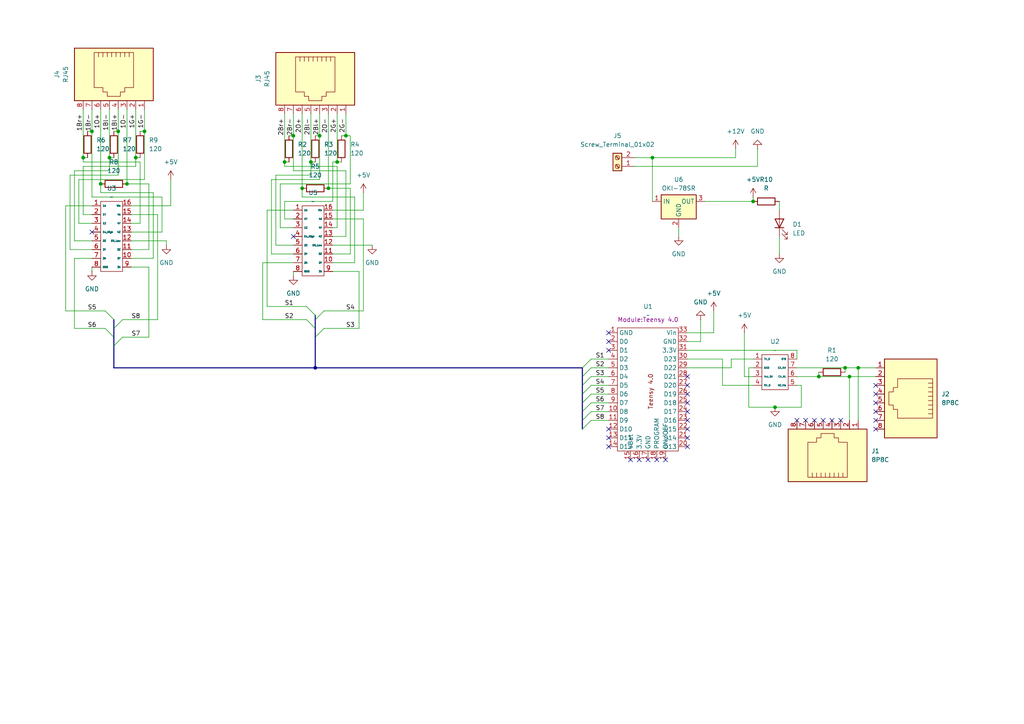
<source format=kicad_sch>
(kicad_sch (version 20231120) (generator "eeschema") (generator_version "8.0")
  (paper "A4")
  (lib_symbols
    (symbol "Connector:8P8C" (pin_names (offset 1.016))
      (property "Reference" "J" (at -5.08 13.97 0))
      (property "Value" "8P8C" (at 2.54 13.97 0))
      (symbol "8P8C_0_1"
        (polyline (pts (xy -5.08 4.445) (xy -6.35 4.445)))
        (polyline (pts (xy -5.08 5.715) (xy -6.35 5.715)))
        (polyline (pts (xy -6.35 -3.175) (xy -5.08 -3.175) (xy -5.08 -3.175)))
        (polyline (pts (xy -6.35 -1.905) (xy -5.08 -1.905) (xy -5.08 -1.905)))
        (polyline (pts (xy -6.35 -0.635) (xy -5.08 -0.635) (xy -5.08 -0.635)))
        (polyline (pts (xy -6.35 0.635) (xy -5.08 0.635) (xy -5.08 0.635)))
        (polyline (pts (xy -6.35 1.905) (xy -5.08 1.905) (xy -5.08 1.905)))
        (polyline (pts (xy -5.08 3.175) (xy -6.35 3.175) (xy -6.35 3.175)))
        (polyline (pts (xy -6.35 -4.445) (xy -6.35 6.985) (xy 3.81 6.985) (xy 3.81 4.445) (xy 5.08 4.445) (xy 5.08 3.175) (xy 6.35 3.175) (xy 6.35 -0.635) (xy 5.08 -0.635) (xy 5.08 -1.905) (xy 3.81 -1.905) (xy 3.81 -4.445) (xy -6.35 -4.445) (xy -6.35 -4.445)))
        (rectangle (start 7.62 12.7) (end -7.62 -10.16) (stroke (width 0.254)) (fill (type background)))
      )
      (symbol "8P8C_1_1"
        (pin passive line (at 10.16 -7.62 180) (length 2.54) (name "~") (number "1"))
        (pin passive line (at 10.16 -5.08 180) (length 2.54) (name "~") (number "2"))
        (pin passive line (at 10.16 -2.54 180) (length 2.54) (name "~") (number "3"))
        (pin passive line (at 10.16 0 180) (length 2.54) (name "~") (number "4"))
        (pin passive line (at 10.16 2.54 180) (length 2.54) (name "~") (number "5"))
        (pin passive line (at 10.16 5.08 180) (length 2.54) (name "~") (number "6"))
        (pin passive line (at 10.16 7.62 180) (length 2.54) (name "~") (number "7"))
        (pin passive line (at 10.16 10.16 180) (length 2.54) (name "~") (number "8"))
      )
    )
    (symbol "Connector:RJ45" (pin_names (offset 1.016))
      (property "Reference" "J" (at -5.08 13.97 0))
      (property "Value" "RJ45" (at 2.54 13.97 0))
      (symbol "RJ45_0_1"
        (polyline (pts (xy -5.08 4.445) (xy -6.35 4.445)))
        (polyline (pts (xy -5.08 5.715) (xy -6.35 5.715)))
        (polyline (pts (xy -6.35 -3.175) (xy -5.08 -3.175) (xy -5.08 -3.175)))
        (polyline (pts (xy -6.35 -1.905) (xy -5.08 -1.905) (xy -5.08 -1.905)))
        (polyline (pts (xy -6.35 -0.635) (xy -5.08 -0.635) (xy -5.08 -0.635)))
        (polyline (pts (xy -6.35 0.635) (xy -5.08 0.635) (xy -5.08 0.635)))
        (polyline (pts (xy -6.35 1.905) (xy -5.08 1.905) (xy -5.08 1.905)))
        (polyline (pts (xy -5.08 3.175) (xy -6.35 3.175) (xy -6.35 3.175)))
        (polyline (pts (xy -6.35 -4.445) (xy -6.35 6.985) (xy 3.81 6.985) (xy 3.81 4.445) (xy 5.08 4.445) (xy 5.08 3.175) (xy 6.35 3.175) (xy 6.35 -0.635) (xy 5.08 -0.635) (xy 5.08 -1.905) (xy 3.81 -1.905) (xy 3.81 -4.445) (xy -6.35 -4.445) (xy -6.35 -4.445)))
        (rectangle (start 7.62 12.7) (end -7.62 -10.16) (stroke (width 0.254)) (fill (type background)))
      )
      (symbol "RJ45_1_1"
        (pin passive line (at 10.16 -7.62 180) (length 2.54) (name "~") (number "1"))
        (pin passive line (at 10.16 -5.08 180) (length 2.54) (name "~") (number "2"))
        (pin passive line (at 10.16 -2.54 180) (length 2.54) (name "~") (number "3"))
        (pin passive line (at 10.16 0 180) (length 2.54) (name "~") (number "4"))
        (pin passive line (at 10.16 2.54 180) (length 2.54) (name "~") (number "5"))
        (pin passive line (at 10.16 5.08 180) (length 2.54) (name "~") (number "6"))
        (pin passive line (at 10.16 7.62 180) (length 2.54) (name "~") (number "7"))
        (pin passive line (at 10.16 10.16 180) (length 2.54) (name "~") (number "8"))
      )
    )
    (symbol "Connector:Screw_Terminal_01x02" (pin_names (offset 1.016) hide)
      (property "Reference" "J" (at 0 2.54 0))
      (property "Value" "Screw_Terminal_01x02" (at 0 -5.08 0))
      (symbol "Screw_Terminal_01x02_1_1"
        (rectangle (start -1.27 1.27) (end 1.27 -3.81) (stroke (width 0.254)) (fill (type background)))
        (circle (center 0 -2.54) (radius 0.635) (stroke (width 0.1524)))
        (polyline (pts (xy -0.5334 -2.2098) (xy 0.3302 -3.048)) (stroke (width 0.1524)))
        (polyline (pts (xy -0.5334 0.3302) (xy 0.3302 -0.508)) (stroke (width 0.1524)))
        (polyline (pts (xy -0.3556 -2.032) (xy 0.508 -2.8702)) (stroke (width 0.1524)))
        (polyline (pts (xy -0.3556 0.508) (xy 0.508 -0.3302)) (stroke (width 0.1524)))
        (circle (center 0 0) (radius 0.635) (stroke (width 0.1524)))
        (pin passive line (at -5.08 0 0) (length 3.81) (name "Pin_1") (number "1"))
        (pin passive line (at -5.08 -2.54 0) (length 3.81) (name "Pin_2") (number "2"))
      )
    )
    (symbol "Converter_DCDC:OKI-78SR-3.3_1.5-W36-C"
      (property "Reference" "U" (at -3.81 3.175 0))
      (property "Value" "OKI-78SR-3.3_1.5-W36-C" (at 0 3.175 0))
      (symbol "OKI-78SR-3.3_1.5-W36-C_0_1"
        (rectangle (start -5.08 1.905) (end 5.08 -5.08) (stroke (width 0.254)) (fill (type background)))
      )
      (symbol "OKI-78SR-3.3_1.5-W36-C_1_1"
        (pin power_in line (at -7.62 0 0) (length 2.54) (name "IN") (number "1"))
        (pin power_in line (at 0 -7.62 90) (length 2.54) (name "GND") (number "2"))
        (pin power_out line (at 7.62 0 180) (length 2.54) (name "OUT") (number "3"))
      )
    )
    (symbol "Device:LED" (pin_numbers hide) (pin_names (offset 1.016) hide)
      (property "Reference" "D" (at 0 2.54 0))
      (property "Value" "LED" (at 0 -2.54 0))
      (symbol "LED_0_1"
        (polyline (pts (xy -1.27 -1.27) (xy -1.27 1.27)) (stroke (width 0.254)))
        (polyline (pts (xy -1.27 0) (xy 1.27 0)))
        (polyline (pts (xy 1.27 -1.27) (xy 1.27 1.27) (xy -1.27 0) (xy 1.27 -1.27)) (stroke (width 0.254)))
        (polyline (pts (xy -3.048 -0.762) (xy -4.572 -2.286) (xy -3.81 -2.286) (xy -4.572 -2.286) (xy -4.572 -1.524)))
        (polyline (pts (xy -1.778 -0.762) (xy -3.302 -2.286) (xy -2.54 -2.286) (xy -3.302 -2.286) (xy -3.302 -1.524)))
      )
      (symbol "LED_1_1"
        (pin passive line (at -3.81 0 0) (length 2.54) (name "K") (number "1"))
        (pin passive line (at 3.81 0 180) (length 2.54) (name "A") (number "2"))
      )
    )
    (symbol "Device:R" (pin_numbers hide) (pin_names (offset 0))
      (property "Reference" "R" (at 2.032 0 90))
      (property "Value" "R" (at 0 0 90))
      (symbol "R_0_1"
        (rectangle (start -1.016 -2.54) (end 1.016 2.54) (stroke (width 0.254)))
      )
      (symbol "R_1_1"
        (pin passive line (at 0 3.81 270) (length 1.27) (name "~") (number "1"))
        (pin passive line (at 0 -3.81 90) (length 1.27) (name "~") (number "2"))
      )
    )
    (symbol "SMM:DS26C31TMX"
      (property "Reference" "U" (at 3.302 21.844 0))
      (symbol "DS26C31TMX_0_1"
        (rectangle (start 0 20.32) (end 6.35 0))
      )
      (symbol "DS26C31TMX_1_1"
        (pin input line (at -2.54 19.05 0) (length 2.54) (name "1A") (number "1"))
        (pin input line (at 8.89 3.81 180) (length 2.54) (name "3Y") (number "10"))
        (pin input line (at 8.89 6.35 180) (length 2.54) (name "3Z") (number "11"))
        (pin input line (at 8.89 8.89 180) (length 2.54) (name "EN_Low") (number "12"))
        (pin input line (at 8.89 11.43 180) (length 2.54) (name "4Z") (number "13"))
        (pin input line (at 8.89 13.97 180) (length 2.54) (name "4Y") (number "14"))
        (pin input line (at 8.89 16.51 180) (length 2.54) (name "4A") (number "15"))
        (pin input line (at 8.89 19.05 180) (length 2.54) (name "Vin") (number "16"))
        (pin input line (at -2.54 16.51 0) (length 2.54) (name "1Y") (number "2"))
        (pin input line (at -2.54 13.97 0) (length 2.54) (name "1Z") (number "3"))
        (pin input line (at -2.54 11.43 0) (length 2.54) (name "En_High") (number "4"))
        (pin input line (at -2.54 8.89 0) (length 2.54) (name "2Z") (number "5"))
        (pin input line (at -2.54 6.35 0) (length 2.54) (name "2Y") (number "6"))
        (pin input line (at -2.54 3.81 0) (length 2.54) (name "2A") (number "7"))
        (pin input line (at -2.54 1.27 0) (length 2.54) (name "GND") (number "8"))
        (pin input line (at 8.89 1.27 180) (length 2.54) (name "3A") (number "9"))
      )
    )
    (symbol "SMM:TCAN1462VDRQ1"
      (property "Reference" "U" (at 3.556 11.43 0))
      (symbol "TCAN1462VDRQ1_0_1"
        (rectangle (start 0 10.16) (end 7.62 0))
      )
      (symbol "TCAN1462VDRQ1_1_1"
        (pin input line (at -2.54 8.89 0) (length 2.54) (name "TX_D") (number "1"))
        (pin input line (at -2.54 6.35 0) (length 2.54) (name "GND") (number "2"))
        (pin input line (at -2.54 3.81 0) (length 2.54) (name "Vcc_5V") (number "3"))
        (pin output line (at -2.54 1.27 0) (length 2.54) (name "RX_D") (number "4"))
        (pin input line (at 10.16 1.27 180) (length 2.54) (name "NC,Vio") (number "5"))
        (pin bidirectional line (at 10.16 3.81 180) (length 2.54) (name "CA_NL") (number "6"))
        (pin bidirectional line (at 10.16 6.35 180) (length 2.54) (name "CA_NH") (number "7"))
        (pin input line (at 10.16 8.89 180) (length 2.54) (name "STB") (number "8"))
      )
    )
    (symbol "SMM:Teensy_4.0"
      (property "Reference" "U" (at 0 0 0))
      (property "Footprint" "Module:Teensy 4.0" (at 0 0 0))
      (symbol "Teensy_4.0_0_1"
        (rectangle (start 0 35.71) (end 17.68 0))
      )
      (symbol "Teensy_4.0_1_1"
        (text "Teensy 4.0\n" (at 9.652 17.272 900) (effects (font (size 1.27 1.27))))
        (pin input line (at -2.54 34.29 0) (length 2.54) (name "GND") (number "1"))
        (pin bidirectional line (at -2.54 11.43 0) (length 2.54) (name "D8") (number "10"))
        (pin bidirectional line (at -2.54 8.89 0) (length 2.54) (name "D9") (number "11"))
        (pin bidirectional line (at -2.54 6.35 0) (length 2.54) (name "D10") (number "12"))
        (pin bidirectional line (at -2.54 3.81 0) (length 2.54) (name "D11") (number "13"))
        (pin bidirectional line (at -2.54 1.27 0) (length 2.54) (name "D12") (number "14"))
        (pin power_in line (at 3.81 -2.54 90) (length 2.54) (name "VBat") (number "15"))
        (pin power_out line (at 6.35 -2.54 90) (length 2.54) (name "3.3V") (number "16"))
        (pin input line (at 8.89 -2.54 90) (length 2.54) (name "GND") (number "17"))
        (pin unspecified line (at 11.43 -2.54 90) (length 2.54) (name "PROGRAM") (number "18"))
        (pin input line (at 13.97 -2.54 90) (length 2.54) (name "ON/OFF") (number "19"))
        (pin bidirectional line (at -2.54 31.75 0) (length 2.54) (name "D0") (number "2"))
        (pin bidirectional line (at 20.32 1.27 180) (length 2.54) (name "D13") (number "20"))
        (pin bidirectional line (at 20.32 3.81 180) (length 2.54) (name "D14") (number "21"))
        (pin bidirectional line (at 20.32 6.35 180) (length 2.54) (name "D15") (number "22"))
        (pin bidirectional line (at 20.32 8.89 180) (length 2.54) (name "D16") (number "23"))
        (pin bidirectional line (at 20.32 11.43 180) (length 2.54) (name "D17") (number "24"))
        (pin bidirectional line (at 20.32 13.97 180) (length 2.54) (name "D18") (number "25"))
        (pin bidirectional line (at 20.32 16.51 180) (length 2.54) (name "D19") (number "26"))
        (pin bidirectional line (at 20.32 19.05 180) (length 2.54) (name "D20") (number "27"))
        (pin bidirectional line (at 20.32 21.59 180) (length 2.54) (name "D21") (number "28"))
        (pin bidirectional line (at 20.32 24.13 180) (length 2.54) (name "D22") (number "29"))
        (pin bidirectional line (at -2.54 29.21 0) (length 2.54) (name "D1") (number "3"))
        (pin bidirectional line (at 20.32 26.67 180) (length 2.54) (name "D23") (number "30"))
        (pin power_out line (at 20.32 29.21 180) (length 2.54) (name "3.3V") (number "31"))
        (pin input line (at 20.32 31.75 180) (length 2.54) (name "GND") (number "32"))
        (pin power_in line (at 20.32 34.29 180) (length 2.54) (name "Vin") (number "33"))
        (pin bidirectional line (at -2.54 26.67 0) (length 2.54) (name "D2") (number "4"))
        (pin bidirectional line (at -2.54 24.13 0) (length 2.54) (name "D3") (number "5"))
        (pin bidirectional line (at -2.54 21.59 0) (length 2.54) (name "D4") (number "6"))
        (pin bidirectional line (at -2.54 19.05 0) (length 2.54) (name "D5") (number "7"))
        (pin bidirectional line (at -2.54 16.51 0) (length 2.54) (name "D6") (number "8"))
        (pin bidirectional line (at -2.54 13.97 0) (length 2.54) (name "D7") (number "9"))
      )
    )
    (symbol "power:+12V" (power) (pin_numbers hide) (pin_names (offset 0) hide)
      (property "Value" "+12V" (at 0 3.556 0))
      (symbol "+12V_0_1"
        (polyline (pts (xy -0.762 1.27) (xy 0 2.54)))
        (polyline (pts (xy 0 0) (xy 0 2.54)))
        (polyline (pts (xy 0 2.54) (xy 0.762 1.27)))
      )
      (symbol "+12V_1_1"
        (pin power_in line (at 0 0 90) (length 0) (name "~") (number "1"))
      )
    )
    (symbol "power:+5V" (power) (pin_numbers hide) (pin_names (offset 0) hide)
      (property "Value" "+5V" (at 0 3.556 0))
      (symbol "+5V_0_1"
        (polyline (pts (xy -0.762 1.27) (xy 0 2.54)))
        (polyline (pts (xy 0 0) (xy 0 2.54)))
        (polyline (pts (xy 0 2.54) (xy 0.762 1.27)))
      )
      (symbol "+5V_1_1"
        (pin power_in line (at 0 0 90) (length 0) (name "~") (number "1"))
      )
    )
    (symbol "power:GND" (power) (pin_numbers hide) (pin_names (offset 0) hide)
      (property "Value" "GND" (at 0 -3.81 0))
      (symbol "GND_0_1"
        (polyline (pts (xy 0 0) (xy 0 -1.27) (xy 1.27 -1.27) (xy 0 -2.54) (xy -1.27 -1.27) (xy 0 -1.27)))
      )
      (symbol "GND_1_1"
        (pin power_in line (at 0 0 270) (length 0) (name "~") (number "1"))
      )
    )
  )
  (junction (at 24.13 45.72))
  (junction (at 85.09 39.37))
  (junction (at 237.49 109.22))
  (junction (at 26.67 38.1))
  (junction (at 39.37 45.72))
  (junction (at 92.71 39.37))
  (junction (at 91.44 106.68))
  (junction (at 34.29 38.1))
  (junction (at 100.33 39.37))
  (junction (at 29.21 53.34))
  (junction (at 90.17 46.99))
  (junction (at 245.11 106.68))
  (junction (at 36.83 53.34))
  (junction (at 246.38 109.22))
  (junction (at 31.75 45.72))
  (junction (at 248.92 106.68))
  (junction (at 41.91 38.1))
  (junction (at 189.23 45.72))
  (junction (at 97.79 46.99))
  (junction (at 218.44 58.42))
  (junction (at 224.79 118.11))
  (junction (at 87.63 54.61))
  (junction (at 82.55 46.99))
  (junction (at 95.25 54.61))
  (no_connect (at 241.3 121.92))
  (no_connect (at 176.53 96.52))
  (no_connect (at 176.53 99.06))
  (no_connect (at 176.53 124.46))
  (no_connect (at 85.09 68.58))
  (no_connect (at 187.96 133.35))
  (no_connect (at 185.42 133.35))
  (no_connect (at 199.39 121.92))
  (no_connect (at 199.39 116.84))
  (no_connect (at 26.67 67.31))
  (no_connect (at 199.39 114.3))
  (no_connect (at 233.68 121.92))
  (no_connect (at 238.76 121.92))
  (no_connect (at 176.53 101.6))
  (no_connect (at 199.39 119.38))
  (no_connect (at 199.39 124.46))
  (no_connect (at 199.39 127))
  (no_connect (at 236.22 121.92))
  (no_connect (at 199.39 129.54))
  (no_connect (at 231.14 121.92))
  (no_connect (at 190.5 133.35))
  (no_connect (at 199.39 109.22))
  (no_connect (at 254 116.84))
  (no_connect (at 254 111.76))
  (no_connect (at 243.84 121.92))
  (no_connect (at 176.53 129.54))
  (no_connect (at 193.04 133.35))
  (no_connect (at 254 119.38))
  (no_connect (at 176.53 127))
  (no_connect (at 254 124.46))
  (no_connect (at 199.39 111.76))
  (no_connect (at 182.88 133.35))
  (no_connect (at 254 121.92))
  (no_connect (at 254 114.3))
  (bus_entry (at 168.91 116.84) (size 2.54 -2.54))
  (bus_entry (at 168.91 109.22) (size 2.54 -2.54))
  (bus_entry (at 91.44 97.79) (size 2.54 -2.54))
  (bus_entry (at 33.02 95.25) (size 2.54 -2.54))
  (bus_entry (at 168.91 114.3) (size 2.54 -2.54))
  (bus_entry (at 168.91 124.46) (size 2.54 -2.54))
  (bus_entry (at 33.02 97.79) (size -2.54 -2.54))
  (bus_entry (at 168.91 111.76) (size 2.54 -2.54))
  (bus_entry (at 168.91 119.38) (size 2.54 -2.54))
  (bus_entry (at 168.91 121.92) (size 2.54 -2.54))
  (bus_entry (at 91.44 91.44) (size -2.54 -2.54))
  (bus_entry (at 33.02 92.71) (size -2.54 -2.54))
  (bus_entry (at 91.44 92.71) (size 2.54 -2.54))
  (bus_entry (at 33.02 100.33) (size 2.54 -2.54))
  (bus_entry (at 168.91 106.68) (size 2.54 -2.54))
  (bus_entry (at 91.44 95.25) (size -2.54 -2.54))
  (wire (pts (xy 87.63 57.15) (xy 102.87 57.15)))
  (wire (pts (xy 171.45 109.22) (xy 176.53 109.22)))
  (wire (pts (xy 82.55 46.99) (xy 83.82 46.99)))
  (wire (pts (xy 218.44 58.42) (xy 204.47 58.42)))
  (wire (pts (xy 232.41 111.76) (xy 232.41 118.11)))
  (wire (pts (xy 92.71 39.37) (xy 92.71 52.07)))
  (wire (pts (xy 246.38 109.22) (xy 246.38 121.92)))
  (wire (pts (xy 171.45 104.14) (xy 176.53 104.14)))
  (wire (pts (xy 171.45 119.38) (xy 176.53 119.38)))
  (wire (pts (xy 226.06 58.42) (xy 226.06 60.96)))
  (wire (pts (xy 41.91 52.07) (xy 22.86 52.07)))
  (wire (pts (xy 95.25 54.61) (xy 101.6 54.61)))
  (wire (pts (xy 95.25 33.02) (xy 95.25 54.61)))
  (wire (pts (xy 38.1 67.31) (xy 46.99 67.31)))
  (bus (pts (xy 168.91 116.84) (xy 168.91 119.38)))
  (wire (pts (xy 82.55 58.42) (xy 82.55 63.5)))
  (wire (pts (xy 171.45 106.68) (xy 176.53 106.68)))
  (wire (pts (xy 245.11 106.68) (xy 248.92 106.68)))
  (wire (pts (xy 40.64 64.77) (xy 40.64 46.99)))
  (wire (pts (xy 97.79 48.26) (xy 97.79 66.04)))
  (wire (pts (xy 90.17 50.8) (xy 80.01 50.8)))
  (wire (pts (xy 76.2 92.71) (xy 88.9 92.71)))
  (bus (pts (xy 91.44 95.25) (xy 91.44 92.71)))
  (wire (pts (xy 209.55 111.76) (xy 218.44 111.76)))
  (wire (pts (xy 184.15 45.72) (xy 189.23 45.72)))
  (wire (pts (xy 248.92 121.92) (xy 248.92 106.68)))
  (wire (pts (xy 41.91 38.1) (xy 41.91 52.07)))
  (wire (pts (xy 100.33 33.02) (xy 100.33 39.37)))
  (wire (pts (xy 24.13 48.26) (xy 39.37 48.26)))
  (wire (pts (xy 82.55 63.5) (xy 85.09 63.5)))
  (wire (pts (xy 97.79 46.99) (xy 99.06 46.99)))
  (bus (pts (xy 168.91 109.22) (xy 168.91 106.68)))
  (bus (pts (xy 168.91 114.3) (xy 168.91 116.84)))
  (wire (pts (xy 85.09 60.96) (xy 77.47 60.96)))
  (wire (pts (xy 81.28 53.34) (xy 101.6 53.34)))
  (wire (pts (xy 209.55 104.14) (xy 209.55 111.76)))
  (wire (pts (xy 22.86 52.07) (xy 22.86 64.77)))
  (bus (pts (xy 33.02 97.79) (xy 33.02 95.25)))
  (bus (pts (xy 91.44 92.71) (xy 91.44 91.44)))
  (bus (pts (xy 91.44 106.68) (xy 33.02 106.68)))
  (wire (pts (xy 20.32 72.39) (xy 26.67 72.39)))
  (wire (pts (xy 171.45 116.84) (xy 176.53 116.84)))
  (wire (pts (xy 82.55 46.99) (xy 82.55 48.26)))
  (wire (pts (xy 231.14 106.68) (xy 245.11 106.68)))
  (wire (pts (xy 77.47 88.9) (xy 88.9 88.9)))
  (wire (pts (xy 40.64 46.99) (xy 24.13 46.99)))
  (wire (pts (xy 203.2 99.06) (xy 199.39 99.06)))
  (wire (pts (xy 207.01 90.17) (xy 207.01 96.52)))
  (wire (pts (xy 78.74 52.07) (xy 78.74 73.66)))
  (wire (pts (xy 85.09 33.02) (xy 85.09 39.37)))
  (wire (pts (xy 43.18 77.47) (xy 43.18 97.79)))
  (wire (pts (xy 81.28 66.04) (xy 81.28 53.34)))
  (wire (pts (xy 40.64 38.1) (xy 41.91 38.1)))
  (wire (pts (xy 38.1 64.77) (xy 40.64 64.77)))
  (wire (pts (xy 100.33 49.53) (xy 85.09 49.53)))
  (wire (pts (xy 29.21 31.75) (xy 29.21 53.34)))
  (wire (pts (xy 207.01 96.52) (xy 199.39 96.52)))
  (wire (pts (xy 36.83 53.34) (xy 43.18 53.34)))
  (wire (pts (xy 82.55 48.26) (xy 97.79 48.26)))
  (wire (pts (xy 218.44 58.42) (xy 218.44 57.15)))
  (bus (pts (xy 168.91 114.3) (xy 168.91 111.76)))
  (wire (pts (xy 96.52 71.12) (xy 107.95 71.12)))
  (wire (pts (xy 81.28 66.04) (xy 85.09 66.04)))
  (wire (pts (xy 21.59 95.25) (xy 30.48 95.25)))
  (wire (pts (xy 217.17 106.68) (xy 217.17 118.11)))
  (bus (pts (xy 168.91 111.76) (xy 168.91 109.22)))
  (wire (pts (xy 80.01 50.8) (xy 80.01 71.12)))
  (wire (pts (xy 87.63 33.02) (xy 87.63 54.61)))
  (wire (pts (xy 92.71 52.07) (xy 78.74 52.07)))
  (wire (pts (xy 217.17 118.11) (xy 224.79 118.11)))
  (wire (pts (xy 38.1 62.23) (xy 45.72 62.23)))
  (wire (pts (xy 105.41 63.5) (xy 105.41 90.17)))
  (wire (pts (xy 215.9 96.52) (xy 215.9 109.22)))
  (wire (pts (xy 102.87 76.2) (xy 96.52 76.2)))
  (wire (pts (xy 96.52 63.5) (xy 105.41 63.5)))
  (wire (pts (xy 231.14 109.22) (xy 237.49 109.22)))
  (wire (pts (xy 245.11 106.68) (xy 245.11 107.95)))
  (wire (pts (xy 196.85 66.04) (xy 196.85 68.58)))
  (wire (pts (xy 97.79 66.04) (xy 96.52 66.04)))
  (wire (pts (xy 39.37 31.75) (xy 39.37 45.72)))
  (wire (pts (xy 24.13 46.99) (xy 24.13 45.72)))
  (wire (pts (xy 199.39 106.68) (xy 212.09 106.68)))
  (wire (pts (xy 96.52 46.99) (xy 96.52 58.42)))
  (wire (pts (xy 26.67 78.74) (xy 26.67 77.47)))
  (wire (pts (xy 49.53 59.69) (xy 49.53 52.07)))
  (wire (pts (xy 101.6 54.61) (xy 101.6 73.66)))
  (wire (pts (xy 39.37 48.26) (xy 39.37 45.72)))
  (wire (pts (xy 26.67 74.93) (xy 21.59 74.93)))
  (wire (pts (xy 41.91 31.75) (xy 41.91 38.1)))
  (wire (pts (xy 19.05 59.69) (xy 19.05 90.17)))
  (wire (pts (xy 33.02 38.1) (xy 34.29 38.1)))
  (bus (pts (xy 168.91 119.38) (xy 168.91 121.92)))
  (wire (pts (xy 212.09 104.14) (xy 218.44 104.14)))
  (wire (pts (xy 21.59 69.85) (xy 26.67 69.85)))
  (wire (pts (xy 254 109.22) (xy 246.38 109.22)))
  (wire (pts (xy 104.14 78.74) (xy 104.14 95.25)))
  (wire (pts (xy 100.33 68.58) (xy 96.52 68.58)))
  (wire (pts (xy 101.6 53.34) (xy 101.6 39.37)))
  (wire (pts (xy 22.86 64.77) (xy 26.67 64.77)))
  (wire (pts (xy 24.13 62.23) (xy 24.13 48.26)))
  (wire (pts (xy 99.06 39.37) (xy 100.33 39.37)))
  (wire (pts (xy 90.17 46.99) (xy 91.44 46.99)))
  (wire (pts (xy 97.79 46.99) (xy 96.52 46.99)))
  (wire (pts (xy 90.17 33.02) (xy 90.17 46.99)))
  (wire (pts (xy 38.1 59.69) (xy 49.53 59.69)))
  (wire (pts (xy 26.67 57.15) (xy 26.67 38.1)))
  (wire (pts (xy 29.21 53.34) (xy 29.21 55.88)))
  (wire (pts (xy 102.87 57.15) (xy 102.87 76.2)))
  (wire (pts (xy 96.52 78.74) (xy 104.14 78.74)))
  (wire (pts (xy 171.45 121.92) (xy 176.53 121.92)))
  (wire (pts (xy 26.67 31.75) (xy 26.67 38.1)))
  (wire (pts (xy 29.21 55.88) (xy 44.45 55.88)))
  (wire (pts (xy 43.18 53.34) (xy 43.18 72.39)))
  (wire (pts (xy 46.99 67.31) (xy 46.99 57.15)))
  (wire (pts (xy 19.05 90.17) (xy 30.48 90.17)))
  (wire (pts (xy 44.45 55.88) (xy 44.45 74.93)))
  (wire (pts (xy 101.6 73.66) (xy 96.52 73.66)))
  (wire (pts (xy 237.49 107.95) (xy 237.49 109.22)))
  (wire (pts (xy 77.47 60.96) (xy 77.47 88.9)))
  (wire (pts (xy 25.4 38.1) (xy 26.67 38.1)))
  (wire (pts (xy 83.82 39.37) (xy 85.09 39.37)))
  (wire (pts (xy 76.2 76.2) (xy 76.2 92.71)))
  (wire (pts (xy 82.55 33.02) (xy 82.55 46.99)))
  (wire (pts (xy 31.75 45.72) (xy 33.02 45.72)))
  (wire (pts (xy 21.59 74.93) (xy 21.59 95.25)))
  (wire (pts (xy 21.59 49.53) (xy 21.59 69.85)))
  (wire (pts (xy 189.23 45.72) (xy 213.36 45.72)))
  (wire (pts (xy 85.09 49.53) (xy 85.09 39.37)))
  (wire (pts (xy 85.09 76.2) (xy 76.2 76.2)))
  (wire (pts (xy 45.72 62.23) (xy 45.72 92.71)))
  (wire (pts (xy 215.9 109.22) (xy 218.44 109.22)))
  (wire (pts (xy 171.45 114.3) (xy 176.53 114.3)))
  (wire (pts (xy 199.39 104.14) (xy 209.55 104.14)))
  (wire (pts (xy 43.18 72.39) (xy 38.1 72.39)))
  (wire (pts (xy 36.83 31.75) (xy 36.83 53.34)))
  (wire (pts (xy 248.92 106.68) (xy 254 106.68)))
  (bus (pts (xy 33.02 106.68) (xy 33.02 100.33)))
  (wire (pts (xy 231.14 101.6) (xy 199.39 101.6)))
  (wire (pts (xy 219.71 43.18) (xy 219.71 48.26)))
  (wire (pts (xy 24.13 31.75) (xy 24.13 45.72)))
  (wire (pts (xy 45.72 92.71) (xy 35.56 92.71)))
  (wire (pts (xy 91.44 39.37) (xy 92.71 39.37)))
  (bus (pts (xy 33.02 95.25) (xy 33.02 92.71)))
  (wire (pts (xy 80.01 71.12) (xy 85.09 71.12)))
  (wire (pts (xy 184.15 48.26) (xy 219.71 48.26)))
  (wire (pts (xy 231.14 111.76) (xy 232.41 111.76)))
  (wire (pts (xy 105.41 90.17) (xy 93.98 90.17)))
  (wire (pts (xy 46.99 57.15) (xy 26.67 57.15)))
  (wire (pts (xy 20.32 50.8) (xy 20.32 72.39)))
  (wire (pts (xy 171.45 111.76) (xy 176.53 111.76)))
  (bus (pts (xy 91.44 106.68) (xy 168.91 106.68)))
  (wire (pts (xy 34.29 31.75) (xy 34.29 38.1)))
  (wire (pts (xy 232.41 118.11) (xy 224.79 118.11)))
  (wire (pts (xy 100.33 68.58) (xy 100.33 49.53)))
  (wire (pts (xy 85.09 80.01) (xy 85.09 78.74)))
  (bus (pts (xy 168.91 121.92) (xy 168.91 124.46)))
  (wire (pts (xy 218.44 106.68) (xy 217.17 106.68)))
  (wire (pts (xy 212.09 106.68) (xy 212.09 104.14)))
  (wire (pts (xy 31.75 45.72) (xy 31.75 49.53)))
  (wire (pts (xy 38.1 77.47) (xy 43.18 77.47)))
  (wire (pts (xy 44.45 74.93) (xy 38.1 74.93)))
  (wire (pts (xy 24.13 62.23) (xy 26.67 62.23)))
  (wire (pts (xy 38.1 69.85) (xy 48.26 69.85)))
  (wire (pts (xy 203.2 92.71) (xy 203.2 99.06)))
  (bus (pts (xy 33.02 100.33) (xy 33.02 97.79)))
  (wire (pts (xy 31.75 49.53) (xy 21.59 49.53)))
  (wire (pts (xy 96.52 58.42) (xy 82.55 58.42)))
  (wire (pts (xy 39.37 45.72) (xy 40.64 45.72)))
  (wire (pts (xy 43.18 97.79) (xy 35.56 97.79)))
  (wire (pts (xy 97.79 33.02) (xy 97.79 46.99)))
  (wire (pts (xy 87.63 54.61) (xy 87.63 57.15)))
  (wire (pts (xy 78.74 73.66) (xy 85.09 73.66)))
  (wire (pts (xy 226.06 68.58) (xy 226.06 73.66)))
  (bus (pts (xy 91.44 106.68) (xy 91.44 97.79)))
  (wire (pts (xy 105.41 60.96) (xy 105.41 55.88)))
  (wire (pts (xy 31.75 31.75) (xy 31.75 45.72)))
  (wire (pts (xy 189.23 45.72) (xy 189.23 58.42)))
  (wire (pts (xy 101.6 39.37) (xy 100.33 39.37)))
  (wire (pts (xy 237.49 109.22) (xy 246.38 109.22)))
  (wire (pts (xy 24.13 45.72) (xy 25.4 45.72)))
  (wire (pts (xy 26.67 59.69) (xy 19.05 59.69)))
  (wire (pts (xy 90.17 46.99) (xy 90.17 50.8)))
  (wire (pts (xy 48.26 69.85) (xy 48.26 71.12)))
  (wire (pts (xy 104.14 95.25) (xy 93.98 95.25)))
  (bus (pts (xy 91.44 97.79) (xy 91.44 95.25)))
  (wire (pts (xy 231.14 104.14) (xy 231.14 101.6)))
  (wire (pts (xy 92.71 33.02) (xy 92.71 39.37)))
  (wire (pts (xy 34.29 38.1) (xy 34.29 50.8)))
  (wire (pts (xy 34.29 50.8) (xy 20.32 50.8)))
  (wire (pts (xy 96.52 60.96) (xy 105.41 60.96)))
  (wire (pts (xy 213.36 43.18) (xy 213.36 45.72)))
  (label "S8" (at 38.1 92.71 0))
  (label "2G+" (at 97.79 34.29 270))
  (label "S2" (at 172.72 106.68 0))
  (label "S7" (at 172.72 119.38 0))
  (label "S3" (at 100.33 95.25 0))
  (label "S6" (at 25.4 95.25 0))
  (label "S1" (at 82.55 88.9 0))
  (label "S1" (at 172.72 104.14 0))
  (label "1O+" (at 29.21 33.02 270))
  (label "S5" (at 25.4 90.17 0))
  (label "1O-" (at 36.83 33.02 270))
  (label "S5" (at 172.72 114.3 0))
  (label "2Bl-" (at 90.17 34.29 270))
  (label "2G-" (at 100.33 34.29 270))
  (label "2O-" (at 95.25 34.29 270))
  (label "S3" (at 172.72 109.22 0))
  (label "S4" (at 100.33 90.17 0))
  (label "1G-" (at 41.91 33.02 270))
  (label "1G+" (at 39.37 33.02 270))
  (label "1Bl+" (at 34.29 33.02 270))
  (label "1Br-" (at 26.67 33.02 270))
  (label "1Bl-" (at 31.75 33.02 270))
  (label "S8" (at 172.72 121.92 0))
  (label "2Br-" (at 85.09 34.29 270))
  (label "2Br+" (at 82.55 34.29 270))
  (label "1Br+" (at 24.13 33.02 270))
  (label "2Bl+" (at 92.71 34.29 270))
  (label "S2" (at 82.55 92.71 0))
  (label "S7" (at 38.1 97.79 0))
  (label "S6" (at 172.72 116.84 0))
  (label "S4" (at 172.72 111.76 0))
  (label "2O+" (at 87.63 34.29 270))
  (symbol (lib_id "power:GND") (at 85.09 80.01 0) (unit 1)
    (property "Reference" "#PWR01" (effects (hide yes)))
    (property "Value" "GND" (at 85.09 85.09 0))
    (property "Description" "Power symbol creates a global label with name \"GND\" , ground" (effects (hide yes)))
  )
  (symbol (lib_id "Device:R") (at 241.3 107.95 90) (unit 1)
    (property "Reference" "R1" (at 241.3 101.6 90))
    (property "Value" "120" (at 241.3 104.14 90))
    (property "Footprint" "OptoDevice:R_LDR_5.0x4.1mm_P3mm_Vertical" (effects (hide yes)))
    (property "Description" "Resistor" (effects (hide yes)))
  )
  (symbol (lib_id "power:GND") (at 226.06 73.66 0) (unit 1)
    (property "Reference" "#PWR015" (effects (hide yes)))
    (property "Value" "GND" (at 226.06 78.74 0))
    (property "Description" "Power symbol creates a global label with name \"GND\" , ground" (effects (hide yes)))
  )
  (symbol (lib_id "Device:R") (at 99.06 43.18 0) (unit 1)
    (property "Reference" "R4" (at 101.6 41.9099 0) (effects (justify left)))
    (property "Value" "120" (at 101.6 44.4499 0) (effects (justify left)))
    (property "Footprint" "Resistor_SMD:R_1206_3216Metric" (effects (hide yes)))
    (property "Description" "Resistor" (effects (hide yes)))
  )
  (symbol (lib_id "Device:R") (at 40.64 41.91 0) (unit 1)
    (property "Reference" "R9" (at 43.18 40.6399 0) (effects (justify left)))
    (property "Value" "120" (at 43.18 43.1799 0) (effects (justify left)))
    (property "Footprint" "Resistor_SMD:R_1206_3216Metric" (effects (hide yes)))
    (property "Description" "Resistor" (effects (hide yes)))
  )
  (symbol (lib_id "power:GND") (at 26.67 78.74 0) (unit 1)
    (property "Reference" "#PWR04" (effects (hide yes)))
    (property "Value" "GND" (at 26.67 83.82 0))
    (property "Description" "Power symbol creates a global label with name \"GND\" , ground" (effects (hide yes)))
  )
  (symbol (lib_id "Connector:8P8C") (at 264.16 114.3 180) (unit 1)
    (property "Reference" "J2" (at 273.05 114.2999 0) (effects (justify right)))
    (property "Value" "8P8C" (at 273.05 116.8399 0) (effects (justify right)))
    (property "Footprint" "Connector_RJ:RJ45_Ninigi_GE" (effects (hide yes)))
    (property "Description" "RJ connector, 8P8C (8 positions 8 connected), RJ31/RJ32/RJ33/RJ34/RJ35/RJ41/RJ45/RJ49/RJ61" (effects (hide yes)))
  )
  (symbol (lib_id "Connector:RJ45") (at 92.71 22.86 90) (mirror x) (unit 1)
    (property "Reference" "J3" (at 74.93 22.86 0))
    (property "Value" "RJ45" (at 77.47 22.86 0))
    (property "Footprint" "Connector_RJ:RJ45_Ninigi_GE" (effects (hide yes)))
    (property "LCSC" "C708636" (effects (hide yes)))
  )
  (symbol (lib_id "SMM:DS26C31TMX") (at 87.63 80.01 0) (unit 1)
    (property "Reference" "U5" (at 90.805 55.88 0))
    (property "Value" "~" (at 90.805 58.42 0))
    (property "Footprint" "SMM:DS26C31TMX" (effects (hide yes)))
  )
  (symbol (lib_id "Device:R") (at 25.4 41.91 0) (unit 1)
    (property "Reference" "R6" (at 27.94 40.6399 0) (effects (justify left)))
    (property "Value" "120" (at 27.94 43.1799 0) (effects (justify left)))
    (property "Footprint" "Resistor_SMD:R_1206_3216Metric" (effects (hide yes)))
    (property "Description" "Resistor" (effects (hide yes)))
  )
  (symbol (lib_id "power:GND") (at 224.79 118.11 0) (unit 1)
    (property "Reference" "#PWR05" (effects (hide yes)))
    (property "Value" "GND" (at 224.79 123.19 0))
    (property "Description" "Power symbol creates a global label with name \"GND\" , ground" (effects (hide yes)))
  )
  (symbol (lib_id "power:GND") (at 107.95 71.12 0) (unit 1)
    (property "Reference" "#PWR014" (effects (hide yes)))
    (property "Value" "GND" (at 107.95 76.2 0))
    (property "Description" "Power symbol creates a global label with name \"GND\" , ground" (effects (hide yes)))
  )
  (symbol (lib_id "Converter_DCDC:OKI-78SR-3.3_1.5-W36-C") (at 196.85 58.42 0) (unit 1)
    (property "Reference" "U6" (at 196.85 52.07 0))
    (property "Value" "OKI-78SR" (at 196.85 54.61 0))
    (property "Footprint" "Converter_DCDC:Converter_DCDC_Murata_OKI-78SR_Vertical" (effects (hide yes)))
    (property "Datasheet" "https://power.murata.com/data/power/oki-78sr.pdf" (effects (hide yes)))
    (property "Description" "1.5A Step-Down DC/DC-Regulator, 7-36V input, 3.3V fixed Output Voltage, LM78xx replacement, -40°C to +85°C, OKI-78SR_Vertical" (effects (hide yes)))
  )
  (symbol (lib_id "power:GND") (at 196.85 68.58 0) (unit 1)
    (property "Reference" "#PWR016" (effects (hide yes)))
    (property "Value" "GND" (at 196.85 73.66 0))
    (property "Description" "Power symbol creates a global label with name \"GND\" , ground" (effects (hide yes)))
  )
  (symbol (lib_id "power:+5V") (at 218.44 57.15 0) (unit 1)
    (property "Reference" "#PWR07" (effects (hide yes)))
    (property "Value" "+5V" (at 218.44 52.07 0))
    (property "Description" "Power symbol creates a global label with name \"+5V\"" (effects (hide yes)))
  )
  (symbol (lib_id "Device:LED") (at 226.06 64.77 90) (unit 1)
    (property "Reference" "D1" (at 229.87 65.0874 90) (effects (justify right)))
    (property "Value" "LED" (at 229.87 67.6274 90) (effects (justify right)))
    (property "Footprint" "LED_THT:LED_D3.0mm" (effects (hide yes)))
    (property "Description" "Light emitting diode" (effects (hide yes)))
  )
  (symbol (lib_id "Device:R") (at 33.02 41.91 0) (unit 1)
    (property "Reference" "R7" (at 35.56 40.6399 0) (effects (justify left)))
    (property "Value" "120" (at 35.56 43.1799 0) (effects (justify left)))
    (property "Footprint" "Resistor_SMD:R_1206_3216Metric" (effects (hide yes)))
    (property "Description" "Resistor" (effects (hide yes)))
  )
  (symbol (lib_id "power:GND") (at 219.71 43.18 180) (unit 1)
    (property "Reference" "#PWR03" (effects (hide yes)))
    (property "Value" "GND" (at 219.71 38.1 0))
    (property "Description" "Power symbol creates a global label with name \"GND\" , ground" (effects (hide yes)))
  )
  (symbol (lib_id "power:+12V") (at 213.36 43.18 0) (unit 1)
    (property "Reference" "#PWR012" (effects (hide yes)))
    (property "Value" "+12V" (at 213.36 38.1 0))
    (property "Description" "Power symbol creates a global label with name \"+12V\"" (effects (hide yes)))
  )
  (symbol (lib_id "power:+5V") (at 207.01 90.17 0) (unit 1)
    (property "Reference" "#PWR09" (effects (hide yes)))
    (property "Value" "+5V" (at 207.01 85.09 0))
    (property "Description" "Power symbol creates a global label with name \"+5V\"" (effects (hide yes)))
  )
  (symbol (lib_id "Connector:Screw_Terminal_01x02") (at 179.07 48.26 180) (unit 1)
    (property "Reference" "J5" (at 179.07 39.37 0))
    (property "Value" "Screw_Terminal_01x02" (at 179.07 41.91 0))
    (property "Footprint" "SMM:TerminalBlock_Wago_2x1_2604_1102" (effects (hide yes)))
    (property "Description" "Generic screw terminal, single row, 01x02, script generated (kicad-library-utils/schlib/autogen/connector/)" (effects (hide yes)))
  )
  (symbol (lib_id "Device:R") (at 91.44 43.18 0) (unit 1)
    (property "Reference" "R3" (at 93.98 41.9099 0) (effects (justify left)))
    (property "Value" "120" (at 93.98 44.4499 0) (effects (justify left)))
    (property "Footprint" "Resistor_SMD:R_1206_3216Metric" (effects (hide yes)))
    (property "Description" "Resistor" (effects (hide yes)))
  )
  (symbol (lib_id "power:+5V") (at 49.53 52.07 0) (unit 1)
    (property "Reference" "#PWR010" (effects (hide yes)))
    (property "Value" "+5V" (at 49.53 46.99 0))
    (property "Description" "Power symbol creates a global label with name \"+5V\"" (effects (hide yes)))
  )
  (symbol (lib_id "power:GND") (at 203.2 92.71 180) (unit 1)
    (property "Reference" "#PWR06" (effects (hide yes)))
    (property "Value" "GND" (at 203.2 87.63 0))
    (property "Description" "Power symbol creates a global label with name \"GND\" , ground" (effects (hide yes)))
  )
  (symbol (lib_id "Device:R") (at 83.82 43.18 0) (unit 1)
    (property "Reference" "R2" (at 86.36 41.9099 0) (effects (justify left)))
    (property "Value" "120" (at 86.36 44.4499 0) (effects (justify left)))
    (property "Footprint" "Resistor_SMD:R_1206_3216Metric" (effects (hide yes)))
    (property "Description" "Resistor" (effects (hide yes)))
  )
  (symbol (lib_id "power:+5V") (at 105.41 55.88 0) (unit 1)
    (property "Reference" "#PWR011" (effects (hide yes)))
    (property "Value" "+5V" (at 105.41 50.8 0))
    (property "Description" "Power symbol creates a global label with name \"+5V\"" (effects (hide yes)))
  )
  (symbol (lib_id "power:GND") (at 48.26 71.12 0) (unit 1)
    (property "Reference" "#PWR013" (effects (hide yes)))
    (property "Value" "GND" (at 48.26 76.2 0))
    (property "Description" "Power symbol creates a global label with name \"GND\" , ground" (effects (hide yes)))
  )
  (symbol (lib_id "power:+5V") (at 215.9 96.52 0) (unit 1)
    (property "Reference" "#PWR08" (effects (hide yes)))
    (property "Value" "+5V" (at 215.9 91.44 0))
    (property "Description" "Power symbol creates a global label with name \"+5V\"" (effects (hide yes)))
  )
  (symbol (lib_id "Connector:RJ45") (at 34.29 21.59 90) (mirror x) (unit 1)
    (property "Reference" "J4" (at 16.51 21.59 0))
    (property "Value" "RJ45" (at 19.05 21.59 0))
    (property "Footprint" "Connector_RJ:RJ45_Ninigi_GE" (effects (hide yes)))
    (property "LCSC" "C708636" (effects (hide yes)))
  )
  (symbol (lib_id "Device:R") (at 33.02 53.34 90) (unit 1)
    (property "Reference" "R8" (at 33.02 46.99 90))
    (property "Value" "120" (at 33.02 49.53 90))
    (property "Footprint" "Resistor_SMD:R_1206_3216Metric" (effects (hide yes)))
    (property "Description" "Resistor" (effects (hide yes)))
  )
  (symbol (lib_id "Device:R") (at 91.44 54.61 90) (unit 1)
    (property "Reference" "R5" (at 91.44 48.26 90))
    (property "Value" "120" (at 91.44 50.8 90))
    (property "Footprint" "Resistor_SMD:R_1206_3216Metric" (effects (hide yes)))
    (property "Description" "Resistor" (effects (hide yes)))
  )
  (symbol (lib_id "SMM:Teensy_4.0") (at 179.07 130.81 0) (unit 1)
    (property "Reference" "U1" (at 187.96 88.9 0))
    (property "Value" "~" (at 187.96 91.44 0))
    (property "Footprint" "Module:Teensy 4.0" (at 187.96 92.71 0))
  )
  (symbol (lib_id "SMM:TCAN1462VDRQ1") (at 220.98 113.03 0) (unit 1)
    (property "Reference" "U2" (at 224.79 99.06 0))
    (property "Value" "~" (at 224.79 101.6 0))
    (property "Footprint" "SMM:TCAN1462VDRQ1" (effects (hide yes)))
  )
  (symbol (lib_id "SMM:DS26C31TMX") (at 29.21 78.74 0) (unit 1)
    (property "Reference" "U3" (at 32.385 54.61 0))
    (property "Value" "~" (at 32.385 57.15 0))
    (property "Footprint" "SMM:DS26C31TMX" (effects (hide yes)))
  )
  (symbol (lib_id "Device:R") (at 222.25 58.42 90) (unit 1)
    (property "Reference" "R10" (at 222.25 52.07 90))
    (property "Value" "R" (at 222.25 54.61 90))
    (property "Footprint" "Resistor_SMD:R_1206_3216Metric" (effects (hide yes)))
    (property "Description" "Resistor" (effects (hide yes)))
  )
  (symbol (lib_id "Connector:8P8C") (at 241.3 132.08 90) (unit 1)
    (property "Reference" "J1" (at 252.73 130.8099 90) (effects (justify right)))
    (property "Value" "8P8C" (at 252.73 133.3499 90) (effects (justify right)))
    (property "Footprint" "Connector_RJ:RJ45_Ninigi_GE" (effects (hide yes)))
    (property "Description" "RJ connector, 8P8C (8 positions 8 connected), RJ31/RJ32/RJ33/RJ34/RJ35/RJ41/RJ45/RJ49/RJ61" (effects (hide yes)))
  )
)
</source>
